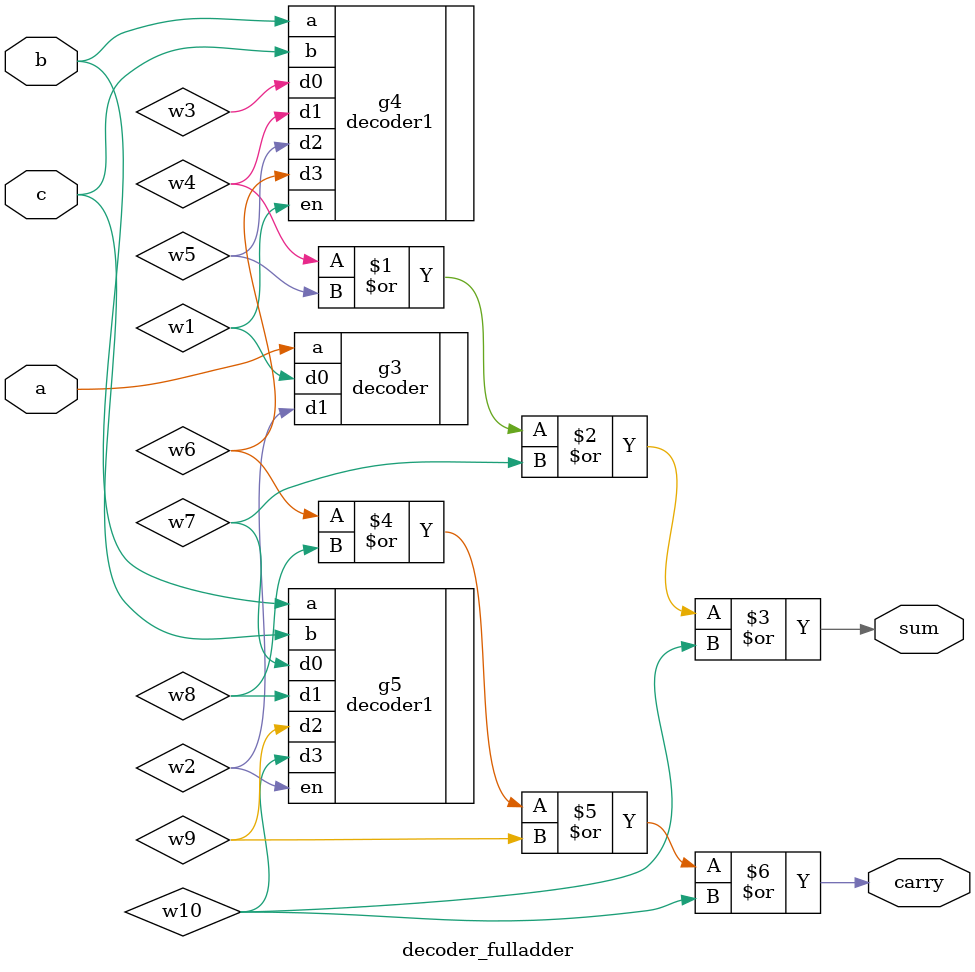
<source format=v>
`include "decoder.v"
`include "decoder1.v"
module decoder_fulladder(a,b,c,sum,carry);
input a,b,c;
output sum,carry;
  decoder g3(.a(a),.d0(w1),.d1(w2));
  decoder1 g4(.en(w1),.a(b),.b(c),.d0(w3),.d1(w4),.d2(w5),.d3(w6));
  decoder1 g5(.en(w2),.a(b),.b(c),.d0(w7),.d1(w8),.d2(w9),.d3(w10));
  or g1(sum,w4,w5,w7,w10);
  or g2(carry,w6,w8,w9,w10);
endmodule




</source>
